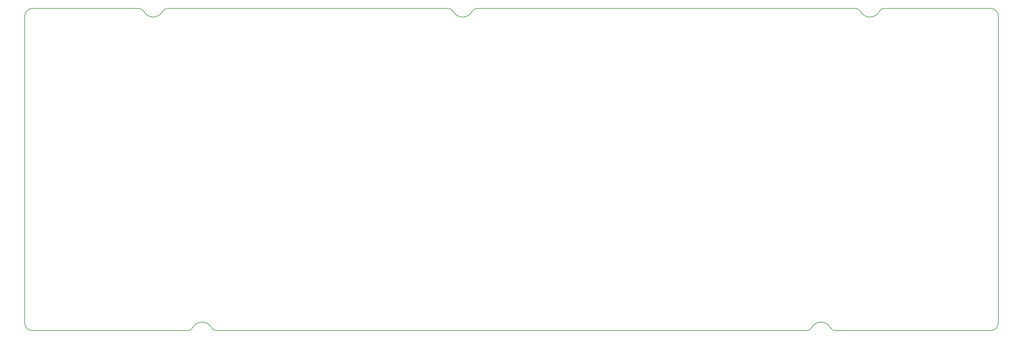
<source format=gm1>
G04 #@! TF.GenerationSoftware,KiCad,Pcbnew,7.0.1-0*
G04 #@! TF.CreationDate,2023-08-08T22:45:17+05:30*
G04 #@! TF.ProjectId,Keyboard_60,4b657962-6f61-4726-945f-3630252e6b69,rev?*
G04 #@! TF.SameCoordinates,Original*
G04 #@! TF.FileFunction,Profile,NP*
%FSLAX46Y46*%
G04 Gerber Fmt 4.6, Leading zero omitted, Abs format (unit mm)*
G04 Created by KiCad (PCBNEW 7.0.1-0) date 2023-08-08 22:45:17*
%MOMM*%
%LPD*%
G01*
G04 APERTURE LIST*
G04 #@! TA.AperFunction,Profile*
%ADD10C,0.200000*%
G04 #@! TD*
G04 APERTURE END LIST*
D10*
X48389395Y-94799995D02*
G75*
G03*
X49719429Y-93993548I5J1499995D01*
G01*
X650000Y-92550000D02*
X650000Y-2850000D01*
X125919433Y-1406449D02*
G75*
G03*
X124589394Y-600000I-1330033J-693551D01*
G01*
X229364395Y-94800000D02*
X56635606Y-94800000D01*
X285350000Y-2850000D02*
G75*
G03*
X283100000Y-600000I-2250000J0D01*
G01*
X283100000Y-94800000D02*
G75*
G03*
X285350000Y-92550000I0J2250000D01*
G01*
X650000Y-92550000D02*
G75*
G03*
X2900000Y-94800000I2250000J0D01*
G01*
X2900000Y-600000D02*
G75*
G03*
X650000Y-2850000I0J-2250000D01*
G01*
X244981933Y-1406449D02*
G75*
G03*
X243651894Y-600000I-1330033J-693551D01*
G01*
X125919429Y-1406451D02*
G75*
G03*
X131505570Y-1406452I2793071J1456451D01*
G01*
X34101895Y-600000D02*
X2900000Y-600000D01*
X35431933Y-1406449D02*
G75*
G03*
X34101894Y-600000I-1330033J-693551D01*
G01*
X285350000Y-92550000D02*
X285350000Y-2850000D01*
X124589395Y-600000D02*
X42348106Y-600000D01*
X132835606Y-600006D02*
G75*
G03*
X131505572Y-1406452I-6J-1499994D01*
G01*
X236280572Y-93993548D02*
G75*
G03*
X230694428Y-93993548I-2793072J-1456451D01*
G01*
X251898106Y-600006D02*
G75*
G03*
X250568072Y-1406452I-6J-1499994D01*
G01*
X55305567Y-93993551D02*
G75*
G03*
X56635606Y-94800000I1330033J693551D01*
G01*
X55305572Y-93993548D02*
G75*
G03*
X49719428Y-93993548I-2793072J-1456451D01*
G01*
X229364395Y-94799995D02*
G75*
G03*
X230694429Y-93993548I5J1499995D01*
G01*
X35431929Y-1406451D02*
G75*
G03*
X41018070Y-1406452I2793071J1456451D01*
G01*
X48389395Y-94800000D02*
X2900000Y-94800000D01*
X236280567Y-93993551D02*
G75*
G03*
X237610606Y-94800000I1330033J693551D01*
G01*
X244981929Y-1406451D02*
G75*
G03*
X250568070Y-1406452I2793071J1456451D01*
G01*
X283100000Y-94800000D02*
X237610606Y-94800000D01*
X42348106Y-600006D02*
G75*
G03*
X41018072Y-1406452I-6J-1499994D01*
G01*
X283100000Y-600000D02*
X251898106Y-600000D01*
X243651895Y-600000D02*
X132835606Y-600000D01*
M02*

</source>
